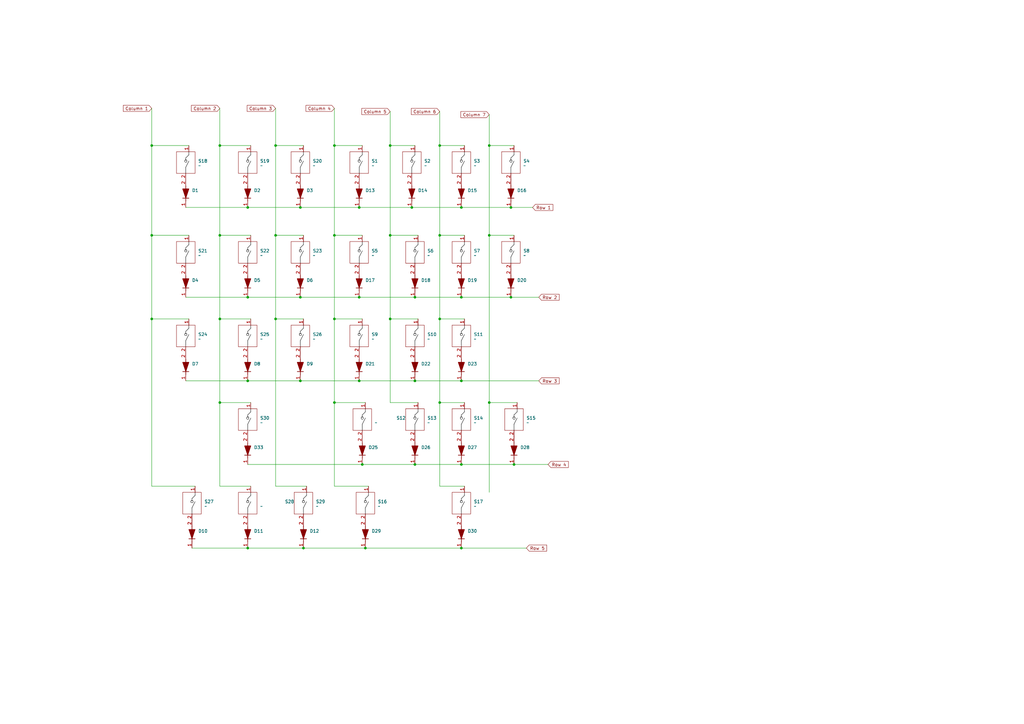
<source format=kicad_sch>
(kicad_sch (version 20231120) (generator "eeschema") (generator_version "8.0")
  (paper "A3")
  (lib_symbols
    (symbol "1N4148W:1N4148W" (pin_names hide)
      (property "Reference" "D" (at 8.89 5.08 0))
      (property "Value" "1N4148W" (at 11.43 3.81 0))
      (symbol "1N4148W_1_1"
        (polyline (pts (xy 5.08 0) (xy 6.35 0)) (stroke (width 0.254)))
        (polyline (pts (xy 6.35 1.27) (xy 6.35 -1.27)) (stroke (width 0.254)))
        (polyline (pts (xy 10.16 0) (xy 11.43 0)) (stroke (width 0.254)))
        (polyline (pts (xy 6.35 0) (xy 10.16 1.27) (xy 10.16 -1.27) (xy 6.35 0)) (stroke (width 0.254)) (fill (type outline)))
        (pin passive line (at 2.54 0 0) (length 2.54) (name "K") (number "1"))
        (pin passive line (at 13.97 0 180) (length 2.54) (name "A") (number "2"))
      )
    )
    (symbol "Cherry_MX:Cheery_MX1A-XXXX"
      (property "Reference" "S" (at -2.54 6.35 0))
      (symbol "Cheery_MX1A-XXXX_0_1"
        (rectangle (start -3.81 3.81) (end 5.08 -3.81))
        (polyline (pts (xy -3.81 1.27) (xy -2.54 1.27)) (stroke (width 0) (color 0 0 0 1)))
        (polyline (pts (xy -2.54 1.27) (xy -1.27 0)) (stroke (width 0) (color 0 0 0 1)))
        (polyline (pts (xy -1.27 0) (xy 0 0)) (stroke (width 0) (color 0 0 0 1)))
        (polyline (pts (xy 2.54 0) (xy 0 1.27)) (stroke (width 0) (color 0 0 0 1)))
        (polyline (pts (xy 5.08 0) (xy 2.54 0)) (stroke (width 0) (color 0 0 0 1)))
        (circle (center 0 0) (radius 0.5) (stroke (width 0) (color 0 0 0 1)) (fill (type color) (color 255 255 255 1)))
      )
      (symbol "Cheery_MX1A-XXXX_1_1"
        (pin passive line (at -6.35 1.27 0) (length 2.54) (name "") (number "1"))
        (pin passive line (at 7.62 0 180) (length 2.54) (name "") (number "2"))
      )
    )
  )
  (junction (at 200.66 165.1))
  (junction (at 62.23 59.69))
  (junction (at 210.82 190.5))
  (junction (at 209.55 85.09))
  (junction (at 147.32 85.09))
  (junction (at 90.17 96.52))
  (junction (at 168.91 85.09))
  (junction (at 123.19 121.92))
  (junction (at 200.66 96.52))
  (junction (at 189.23 121.92))
  (junction (at 148.59 190.5))
  (junction (at 137.16 130.81))
  (junction (at 170.18 121.92))
  (junction (at 137.16 165.1))
  (junction (at 200.66 59.69))
  (junction (at 101.6 156.21))
  (junction (at 101.6 224.79))
  (junction (at 90.17 130.81))
  (junction (at 170.18 156.21))
  (junction (at 189.23 190.5))
  (junction (at 137.16 59.69))
  (junction (at 170.18 190.5))
  (junction (at 62.23 96.52))
  (junction (at 101.6 121.92))
  (junction (at 113.03 130.81))
  (junction (at 147.32 121.92))
  (junction (at 101.6 85.09))
  (junction (at 180.34 96.52))
  (junction (at 160.02 59.69))
  (junction (at 180.34 165.1))
  (junction (at 180.34 59.69))
  (junction (at 137.16 96.52))
  (junction (at 123.19 156.21))
  (junction (at 113.03 59.69))
  (junction (at 209.55 121.92))
  (junction (at 160.02 130.81))
  (junction (at 149.86 224.79))
  (junction (at 147.32 156.21))
  (junction (at 113.03 96.52))
  (junction (at 124.46 224.79))
  (junction (at 90.17 165.1))
  (junction (at 123.19 85.09))
  (junction (at 62.23 130.81))
  (junction (at 189.23 156.21))
  (junction (at 189.23 224.79))
  (junction (at 160.02 96.52))
  (junction (at 90.17 59.69))
  (junction (at 189.23 85.09))
  (junction (at 180.34 130.81))
  (wire (pts (xy 160.02 59.69) (xy 170.18 59.69)))
  (wire (pts (xy 137.16 199.39) (xy 151.13 199.39)))
  (wire (pts (xy 113.03 59.69) (xy 113.03 96.52)))
  (wire (pts (xy 137.16 165.1) (xy 137.16 199.39)))
  (wire (pts (xy 90.17 96.52) (xy 102.87 96.52)))
  (wire (pts (xy 124.46 224.79) (xy 149.86 224.79)))
  (wire (pts (xy 171.45 130.81) (xy 160.02 130.81)))
  (wire (pts (xy 101.6 190.5) (xy 148.59 190.5)))
  (wire (pts (xy 200.66 96.52) (xy 210.82 96.52)))
  (wire (pts (xy 137.16 44.45) (xy 137.16 59.69)))
  (wire (pts (xy 189.23 224.79) (xy 215.9 224.79)))
  (wire (pts (xy 148.59 190.5) (xy 170.18 190.5)))
  (wire (pts (xy 180.34 96.52) (xy 180.34 130.81)))
  (wire (pts (xy 90.17 199.39) (xy 102.87 199.39)))
  (wire (pts (xy 137.16 130.81) (xy 148.59 130.81)))
  (wire (pts (xy 200.66 165.1) (xy 200.66 201.93)))
  (wire (pts (xy 62.23 44.45) (xy 62.23 59.69)))
  (wire (pts (xy 160.02 59.69) (xy 160.02 96.52)))
  (wire (pts (xy 180.34 130.81) (xy 180.34 165.1)))
  (wire (pts (xy 76.2 121.92) (xy 101.6 121.92)))
  (wire (pts (xy 113.03 59.69) (xy 124.46 59.69)))
  (wire (pts (xy 160.02 130.81) (xy 160.02 165.1)))
  (wire (pts (xy 180.34 59.69) (xy 190.5 59.69)))
  (wire (pts (xy 180.34 165.1) (xy 180.34 199.39)))
  (wire (pts (xy 76.2 156.21) (xy 101.6 156.21)))
  (wire (pts (xy 101.6 156.21) (xy 123.19 156.21)))
  (wire (pts (xy 101.6 85.09) (xy 123.19 85.09)))
  (wire (pts (xy 180.34 96.52) (xy 190.5 96.52)))
  (wire (pts (xy 170.18 156.21) (xy 189.23 156.21)))
  (wire (pts (xy 137.16 165.1) (xy 149.86 165.1)))
  (wire (pts (xy 62.23 130.81) (xy 62.23 199.39)))
  (wire (pts (xy 101.6 121.92) (xy 123.19 121.92)))
  (wire (pts (xy 90.17 165.1) (xy 102.87 165.1)))
  (wire (pts (xy 180.34 165.1) (xy 190.5 165.1)))
  (wire (pts (xy 209.55 121.92) (xy 220.98 121.92)))
  (wire (pts (xy 62.23 59.69) (xy 62.23 96.52)))
  (wire (pts (xy 147.32 121.92) (xy 170.18 121.92)))
  (wire (pts (xy 124.46 96.52) (xy 113.03 96.52)))
  (wire (pts (xy 113.03 44.45) (xy 113.03 59.69)))
  (wire (pts (xy 113.03 130.81) (xy 113.03 199.39)))
  (wire (pts (xy 90.17 165.1) (xy 90.17 199.39)))
  (wire (pts (xy 123.19 121.92) (xy 147.32 121.92)))
  (wire (pts (xy 147.32 85.09) (xy 168.91 85.09)))
  (wire (pts (xy 148.59 59.69) (xy 137.16 59.69)))
  (wire (pts (xy 160.02 45.72) (xy 160.02 59.69)))
  (wire (pts (xy 160.02 96.52) (xy 160.02 130.81)))
  (wire (pts (xy 149.86 224.79) (xy 189.23 224.79)))
  (wire (pts (xy 200.66 96.52) (xy 200.66 165.1)))
  (wire (pts (xy 180.34 45.72) (xy 180.34 59.69)))
  (wire (pts (xy 189.23 190.5) (xy 210.82 190.5)))
  (wire (pts (xy 137.16 96.52) (xy 137.16 130.81)))
  (wire (pts (xy 180.34 199.39) (xy 190.5 199.39)))
  (wire (pts (xy 113.03 199.39) (xy 125.73 199.39)))
  (wire (pts (xy 209.55 85.09) (xy 218.44 85.09)))
  (wire (pts (xy 62.23 130.81) (xy 77.47 130.81)))
  (wire (pts (xy 170.18 190.5) (xy 189.23 190.5)))
  (wire (pts (xy 113.03 96.52) (xy 113.03 130.81)))
  (wire (pts (xy 62.23 96.52) (xy 77.47 96.52)))
  (wire (pts (xy 160.02 165.1) (xy 171.45 165.1)))
  (wire (pts (xy 90.17 130.81) (xy 102.87 130.81)))
  (wire (pts (xy 180.34 59.69) (xy 180.34 96.52)))
  (wire (pts (xy 62.23 199.39) (xy 80.01 199.39)))
  (wire (pts (xy 180.34 130.81) (xy 190.5 130.81)))
  (wire (pts (xy 101.6 224.79) (xy 124.46 224.79)))
  (wire (pts (xy 90.17 59.69) (xy 90.17 96.52)))
  (wire (pts (xy 62.23 59.69) (xy 77.47 59.69)))
  (wire (pts (xy 170.18 121.92) (xy 189.23 121.92)))
  (wire (pts (xy 200.66 46.99) (xy 200.66 59.69)))
  (wire (pts (xy 90.17 59.69) (xy 102.87 59.69)))
  (wire (pts (xy 90.17 44.45) (xy 90.17 59.69)))
  (wire (pts (xy 189.23 85.09) (xy 209.55 85.09)))
  (wire (pts (xy 168.91 85.09) (xy 189.23 85.09)))
  (wire (pts (xy 90.17 96.52) (xy 90.17 130.81)))
  (wire (pts (xy 200.66 59.69) (xy 210.82 59.69)))
  (wire (pts (xy 189.23 156.21) (xy 220.98 156.21)))
  (wire (pts (xy 90.17 130.81) (xy 90.17 165.1)))
  (wire (pts (xy 210.82 190.5) (xy 224.79 190.5)))
  (wire (pts (xy 123.19 156.21) (xy 147.32 156.21)))
  (wire (pts (xy 76.2 85.09) (xy 101.6 85.09)))
  (wire (pts (xy 62.23 96.52) (xy 62.23 130.81)))
  (wire (pts (xy 123.19 85.09) (xy 147.32 85.09)))
  (wire (pts (xy 200.66 165.1) (xy 212.09 165.1)))
  (wire (pts (xy 160.02 96.52) (xy 171.45 96.52)))
  (wire (pts (xy 113.03 130.81) (xy 124.46 130.81)))
  (wire (pts (xy 137.16 96.52) (xy 148.59 96.52)))
  (wire (pts (xy 137.16 59.69) (xy 137.16 96.52)))
  (wire (pts (xy 200.66 59.69) (xy 200.66 96.52)))
  (wire (pts (xy 147.32 156.21) (xy 170.18 156.21)))
  (wire (pts (xy 189.23 121.92) (xy 209.55 121.92)))
  (wire (pts (xy 137.16 130.81) (xy 137.16 165.1)))
  (wire (pts (xy 78.74 224.79) (xy 101.6 224.79)))
  (global_label "Row 3" (shape input) (at 220.98 156.21 0) (property "Intersheetrefs" "${INTERSHEET_REFS}" (effects (hide yes))))
  (global_label "Column 7" (shape input) (at 200.66 46.99 180) (property "Intersheetrefs" "${INTERSHEET_REFS}" (effects (hide yes))))
  (global_label "Row 4" (shape input) (at 224.79 190.5 0) (property "Intersheetrefs" "${INTERSHEET_REFS}" (effects (hide yes))))
  (global_label "Row 1" (shape input) (at 218.44 85.09 0) (property "Intersheetrefs" "${INTERSHEET_REFS}" (effects (hide yes))))
  (global_label "Column 1" (shape input) (at 62.23 44.45 180) (property "Intersheetrefs" "${INTERSHEET_REFS}" (effects (hide yes))))
  (global_label "Column 5" (shape input) (at 160.02 45.72 180) (property "Intersheetrefs" "${INTERSHEET_REFS}" (effects (hide yes))))
  (global_label "Column 3" (shape input) (at 113.03 44.45 180) (property "Intersheetrefs" "${INTERSHEET_REFS}" (effects (hide yes))))
  (global_label "Column 6" (shape input) (at 180.34 45.72 180) (property "Intersheetrefs" "${INTERSHEET_REFS}" (effects (hide yes))))
  (global_label "Row 5" (shape input) (at 215.9 224.79 0) (property "Intersheetrefs" "${INTERSHEET_REFS}" (effects (hide yes))))
  (global_label "Column 4" (shape input) (at 137.16 44.45 180) (property "Intersheetrefs" "${INTERSHEET_REFS}" (effects (hide yes))))
  (global_label "Column 2" (shape input) (at 90.17 44.45 180) (property "Intersheetrefs" "${INTERSHEET_REFS}" (effects (hide yes))))
  (global_label "Row 2" (shape input) (at 220.98 121.92 0) (property "Intersheetrefs" "${INTERSHEET_REFS}" (effects (hide yes))))
  (symbol (lib_id "1N4148W:1N4148W") (at 147.32 158.75 90) (unit 1)
    (property "Reference" "D21" (at 149.86 149.2249 90) (effects (justify right)))
    (property "Value" "1N4148W" (effects (hide yes)))
    (property "Footprint" "SODFL3816X120N" (effects (hide yes)))
    (property "Datasheet" "https://diotec.com/request/datasheet/1n4148w.pdf" (effects (hide yes)))
    (property "Description" "Rectifier Diode Small Signal Switching 100V 0.15A 4ns 2-Pin SOD-123F T/R" (effects (hide yes)))
    (property "Height" "1.2" (effects (hide yes)))
    (property "Manufacturer_Name" "Diotec" (effects (hide yes)))
    (property "Manufacturer_Part_Number" "1N4148W" (effects (hide yes)))
    (property "Mouser Part Number" "637-1N4148W" (effects (hide yes)))
    (property "Mouser Price/Stock" "https://www.mouser.co.uk/ProductDetail/Diotec-Semiconductor/1N4148W?qs=OlC7AqGiEDmsbkbAeXQtXg%3D%3D" (effects (hide yes)))
    (property "Arrow Part Number" "1N4148W" (effects (hide yes)))
    (property "Arrow Price/Stock" "https://www.arrow.com/en/products/1n4148w/diotec-semiconductor-ag?region=europe" (effects (hide yes)))
  )
  (symbol (lib_id "1N4148W:1N4148W") (at 149.86 227.33 90) (unit 1)
    (property "Reference" "D29" (at 152.4 217.8049 90) (effects (justify right)))
    (property "Value" "1N4148W" (effects (hide yes)))
    (property "Footprint" "SODFL3816X120N" (effects (hide yes)))
    (property "Datasheet" "https://diotec.com/request/datasheet/1n4148w.pdf" (effects (hide yes)))
    (property "Description" "Rectifier Diode Small Signal Switching 100V 0.15A 4ns 2-Pin SOD-123F T/R" (effects (hide yes)))
    (property "Height" "1.2" (effects (hide yes)))
    (property "Manufacturer_Name" "Diotec" (effects (hide yes)))
    (property "Manufacturer_Part_Number" "1N4148W" (effects (hide yes)))
    (property "Mouser Part Number" "637-1N4148W" (effects (hide yes)))
    (property "Mouser Price/Stock" "https://www.mouser.co.uk/ProductDetail/Diotec-Semiconductor/1N4148W?qs=OlC7AqGiEDmsbkbAeXQtXg%3D%3D" (effects (hide yes)))
    (property "Arrow Part Number" "1N4148W" (effects (hide yes)))
    (property "Arrow Price/Stock" "https://www.arrow.com/en/products/1n4148w/diotec-semiconductor-ag?region=europe" (effects (hide yes)))
  )
  (symbol (lib_id "1N4148W:1N4148W") (at 209.55 87.63 90) (unit 1)
    (property "Reference" "D16" (at 212.09 78.1049 90) (effects (justify right)))
    (property "Value" "1N4148W" (effects (hide yes)))
    (property "Footprint" "SODFL3816X120N" (effects (hide yes)))
    (property "Datasheet" "https://diotec.com/request/datasheet/1n4148w.pdf" (effects (hide yes)))
    (property "Description" "Rectifier Diode Small Signal Switching 100V 0.15A 4ns 2-Pin SOD-123F T/R" (effects (hide yes)))
    (property "Height" "1.2" (effects (hide yes)))
    (property "Manufacturer_Name" "Diotec" (effects (hide yes)))
    (property "Manufacturer_Part_Number" "1N4148W" (effects (hide yes)))
    (property "Mouser Part Number" "637-1N4148W" (effects (hide yes)))
    (property "Mouser Price/Stock" "https://www.mouser.co.uk/ProductDetail/Diotec-Semiconductor/1N4148W?qs=OlC7AqGiEDmsbkbAeXQtXg%3D%3D" (effects (hide yes)))
    (property "Arrow Part Number" "1N4148W" (effects (hide yes)))
    (property "Arrow Price/Stock" "https://www.arrow.com/en/products/1n4148w/diotec-semiconductor-ag?region=europe" (effects (hide yes)))
  )
  (symbol (lib_id "1N4148W:1N4148W") (at 189.23 87.63 90) (unit 1)
    (property "Reference" "D15" (at 191.77 78.1049 90) (effects (justify right)))
    (property "Value" "1N4148W" (effects (hide yes)))
    (property "Footprint" "SODFL3816X120N" (effects (hide yes)))
    (property "Datasheet" "https://diotec.com/request/datasheet/1n4148w.pdf" (effects (hide yes)))
    (property "Description" "Rectifier Diode Small Signal Switching 100V 0.15A 4ns 2-Pin SOD-123F T/R" (effects (hide yes)))
    (property "Height" "1.2" (effects (hide yes)))
    (property "Manufacturer_Name" "Diotec" (effects (hide yes)))
    (property "Manufacturer_Part_Number" "1N4148W" (effects (hide yes)))
    (property "Mouser Part Number" "637-1N4148W" (effects (hide yes)))
    (property "Mouser Price/Stock" "https://www.mouser.co.uk/ProductDetail/Diotec-Semiconductor/1N4148W?qs=OlC7AqGiEDmsbkbAeXQtXg%3D%3D" (effects (hide yes)))
    (property "Arrow Part Number" "1N4148W" (effects (hide yes)))
    (property "Arrow Price/Stock" "https://www.arrow.com/en/products/1n4148w/diotec-semiconductor-ag?region=europe" (effects (hide yes)))
  )
  (symbol (lib_id "1N4148W:1N4148W") (at 209.55 124.46 90) (unit 1)
    (property "Reference" "D20" (at 212.09 114.9349 90) (effects (justify right)))
    (property "Value" "1N4148W" (effects (hide yes)))
    (property "Footprint" "SODFL3816X120N" (effects (hide yes)))
    (property "Datasheet" "https://diotec.com/request/datasheet/1n4148w.pdf" (effects (hide yes)))
    (property "Description" "Rectifier Diode Small Signal Switching 100V 0.15A 4ns 2-Pin SOD-123F T/R" (effects (hide yes)))
    (property "Height" "1.2" (effects (hide yes)))
    (property "Manufacturer_Name" "Diotec" (effects (hide yes)))
    (property "Manufacturer_Part_Number" "1N4148W" (effects (hide yes)))
    (property "Mouser Part Number" "637-1N4148W" (effects (hide yes)))
    (property "Mouser Price/Stock" "https://www.mouser.co.uk/ProductDetail/Diotec-Semiconductor/1N4148W?qs=OlC7AqGiEDmsbkbAeXQtXg%3D%3D" (effects (hide yes)))
    (property "Arrow Part Number" "1N4148W" (effects (hide yes)))
    (property "Arrow Price/Stock" "https://www.arrow.com/en/products/1n4148w/diotec-semiconductor-ag?region=europe" (effects (hide yes)))
  )
  (symbol (lib_id "1N4148W:1N4148W") (at 170.18 124.46 90) (unit 1)
    (property "Reference" "D18" (at 172.72 114.9349 90) (effects (justify right)))
    (property "Value" "1N4148W" (effects (hide yes)))
    (property "Footprint" "SODFL3816X120N" (effects (hide yes)))
    (property "Datasheet" "https://diotec.com/request/datasheet/1n4148w.pdf" (effects (hide yes)))
    (property "Description" "Rectifier Diode Small Signal Switching 100V 0.15A 4ns 2-Pin SOD-123F T/R" (effects (hide yes)))
    (property "Height" "1.2" (effects (hide yes)))
    (property "Manufacturer_Name" "Diotec" (effects (hide yes)))
    (property "Manufacturer_Part_Number" "1N4148W" (effects (hide yes)))
    (property "Mouser Part Number" "637-1N4148W" (effects (hide yes)))
    (property "Mouser Price/Stock" "https://www.mouser.co.uk/ProductDetail/Diotec-Semiconductor/1N4148W?qs=OlC7AqGiEDmsbkbAeXQtXg%3D%3D" (effects (hide yes)))
    (property "Arrow Part Number" "1N4148W" (effects (hide yes)))
    (property "Arrow Price/Stock" "https://www.arrow.com/en/products/1n4148w/diotec-semiconductor-ag?region=europe" (effects (hide yes)))
  )
  (symbol (lib_id "1N4148W:1N4148W") (at 168.91 87.63 90) (unit 1)
    (property "Reference" "D14" (at 171.45 78.1049 90) (effects (justify right)))
    (property "Value" "1N4148W" (effects (hide yes)))
    (property "Footprint" "SODFL3816X120N" (effects (hide yes)))
    (property "Datasheet" "https://diotec.com/request/datasheet/1n4148w.pdf" (effects (hide yes)))
    (property "Description" "Rectifier Diode Small Signal Switching 100V 0.15A 4ns 2-Pin SOD-123F T/R" (effects (hide yes)))
    (property "Height" "1.2" (effects (hide yes)))
    (property "Manufacturer_Name" "Diotec" (effects (hide yes)))
    (property "Manufacturer_Part_Number" "1N4148W" (effects (hide yes)))
    (property "Mouser Part Number" "637-1N4148W" (effects (hide yes)))
    (property "Mouser Price/Stock" "https://www.mouser.co.uk/ProductDetail/Diotec-Semiconductor/1N4148W?qs=OlC7AqGiEDmsbkbAeXQtXg%3D%3D" (effects (hide yes)))
    (property "Arrow Part Number" "1N4148W" (effects (hide yes)))
    (property "Arrow Price/Stock" "https://www.arrow.com/en/products/1n4148w/diotec-semiconductor-ag?region=europe" (effects (hide yes)))
  )
  (symbol (lib_id "1N4148W:1N4148W") (at 101.6 124.46 90) (unit 1)
    (property "Reference" "D5" (at 104.14 114.9349 90) (effects (justify right)))
    (property "Value" "1N4148W" (effects (hide yes)))
    (property "Footprint" "SODFL3816X120N" (effects (hide yes)))
    (property "Datasheet" "https://diotec.com/request/datasheet/1n4148w.pdf" (effects (hide yes)))
    (property "Description" "Rectifier Diode Small Signal Switching 100V 0.15A 4ns 2-Pin SOD-123F T/R" (effects (hide yes)))
    (property "Height" "1.2" (effects (hide yes)))
    (property "Manufacturer_Name" "Diotec" (effects (hide yes)))
    (property "Manufacturer_Part_Number" "1N4148W" (effects (hide yes)))
    (property "Mouser Part Number" "637-1N4148W" (effects (hide yes)))
    (property "Mouser Price/Stock" "https://www.mouser.co.uk/ProductDetail/Diotec-Semiconductor/1N4148W?qs=OlC7AqGiEDmsbkbAeXQtXg%3D%3D" (effects (hide yes)))
    (property "Arrow Part Number" "1N4148W" (effects (hide yes)))
    (property "Arrow Price/Stock" "https://www.arrow.com/en/products/1n4148w/diotec-semiconductor-ag?region=europe" (effects (hide yes)))
  )
  (symbol (lib_id "1N4148W:1N4148W") (at 210.82 193.04 90) (unit 1)
    (property "Reference" "D28" (at 213.36 183.5149 90) (effects (justify right)))
    (property "Value" "1N4148W" (effects (hide yes)))
    (property "Footprint" "SODFL3816X120N" (effects (hide yes)))
    (property "Datasheet" "https://diotec.com/request/datasheet/1n4148w.pdf" (effects (hide yes)))
    (property "Description" "Rectifier Diode Small Signal Switching 100V 0.15A 4ns 2-Pin SOD-123F T/R" (effects (hide yes)))
    (property "Height" "1.2" (effects (hide yes)))
    (property "Manufacturer_Name" "Diotec" (effects (hide yes)))
    (property "Manufacturer_Part_Number" "1N4148W" (effects (hide yes)))
    (property "Mouser Part Number" "637-1N4148W" (effects (hide yes)))
    (property "Mouser Price/Stock" "https://www.mouser.co.uk/ProductDetail/Diotec-Semiconductor/1N4148W?qs=OlC7AqGiEDmsbkbAeXQtXg%3D%3D" (effects (hide yes)))
    (property "Arrow Part Number" "1N4148W" (effects (hide yes)))
    (property "Arrow Price/Stock" "https://www.arrow.com/en/products/1n4148w/diotec-semiconductor-ag?region=europe" (effects (hide yes)))
  )
  (symbol (lib_id "1N4148W:1N4148W") (at 170.18 193.04 90) (unit 1)
    (property "Reference" "D26" (at 172.72 183.5149 90) (effects (justify right)))
    (property "Value" "1N4148W" (effects (hide yes)))
    (property "Footprint" "SODFL3816X120N" (effects (hide yes)))
    (property "Datasheet" "https://diotec.com/request/datasheet/1n4148w.pdf" (effects (hide yes)))
    (property "Description" "Rectifier Diode Small Signal Switching 100V 0.15A 4ns 2-Pin SOD-123F T/R" (effects (hide yes)))
    (property "Height" "1.2" (effects (hide yes)))
    (property "Manufacturer_Name" "Diotec" (effects (hide yes)))
    (property "Manufacturer_Part_Number" "1N4148W" (effects (hide yes)))
    (property "Mouser Part Number" "637-1N4148W" (effects (hide yes)))
    (property "Mouser Price/Stock" "https://www.mouser.co.uk/ProductDetail/Diotec-Semiconductor/1N4148W?qs=OlC7AqGiEDmsbkbAeXQtXg%3D%3D" (effects (hide yes)))
    (property "Arrow Part Number" "1N4148W" (effects (hide yes)))
    (property "Arrow Price/Stock" "https://www.arrow.com/en/products/1n4148w/diotec-semiconductor-ag?region=europe" (effects (hide yes)))
  )
  (symbol (lib_id "1N4148W:1N4148W") (at 189.23 193.04 90) (unit 1)
    (property "Reference" "D27" (at 191.77 183.5149 90) (effects (justify right)))
    (property "Value" "1N4148W" (effects (hide yes)))
    (property "Footprint" "SODFL3816X120N" (effects (hide yes)))
    (property "Datasheet" "https://diotec.com/request/datasheet/1n4148w.pdf" (effects (hide yes)))
    (property "Description" "Rectifier Diode Small Signal Switching 100V 0.15A 4ns 2-Pin SOD-123F T/R" (effects (hide yes)))
    (property "Height" "1.2" (effects (hide yes)))
    (property "Manufacturer_Name" "Diotec" (effects (hide yes)))
    (property "Manufacturer_Part_Number" "1N4148W" (effects (hide yes)))
    (property "Mouser Part Number" "637-1N4148W" (effects (hide yes)))
    (property "Mouser Price/Stock" "https://www.mouser.co.uk/ProductDetail/Diotec-Semiconductor/1N4148W?qs=OlC7AqGiEDmsbkbAeXQtXg%3D%3D" (effects (hide yes)))
    (property "Arrow Part Number" "1N4148W" (effects (hide yes)))
    (property "Arrow Price/Stock" "https://www.arrow.com/en/products/1n4148w/diotec-semiconductor-ag?region=europe" (effects (hide yes)))
  )
  (symbol (lib_id "Cherry_MX:Cheery_MX1A-XXXX") (at 123.19 102.87 270) (unit 1)
    (property "Reference" "S23" (at 128.27 102.8699 90) (effects (justify left)))
    (property "Value" "~" (at 128.27 104.775 90) (effects (justify left)))
    (property "Footprint" "Cherry MX:Cherry-MX_PCB-Mounted_LTST-A683CEGBW_Kailh_Socket_NO_DIODE" (effects (hide yes)))
  )
  (symbol (lib_id "Cherry_MX:Cheery_MX1A-XXXX") (at 189.23 205.74 270) (unit 1)
    (property "Reference" "S17" (at 194.31 205.7399 90) (effects (justify left)))
    (property "Value" "~" (at 194.31 207.645 90) (effects (justify left)))
    (property "Footprint" "Cherry MX:Cherry-MX_PCB-Mounted_LTST-A683CEGBW_Kailh_Socket_NO_DIODE" (effects (hide yes)))
  )
  (symbol (lib_id "1N4148W:1N4148W") (at 101.6 158.75 90) (unit 1)
    (property "Reference" "D8" (at 104.14 149.2249 90) (effects (justify right)))
    (property "Value" "1N4148W" (effects (hide yes)))
    (property "Footprint" "SODFL3816X120N" (effects (hide yes)))
    (property "Datasheet" "https://diotec.com/request/datasheet/1n4148w.pdf" (effects (hide yes)))
    (property "Description" "Rectifier Diode Small Signal Switching 100V 0.15A 4ns 2-Pin SOD-123F T/R" (effects (hide yes)))
    (property "Height" "1.2" (effects (hide yes)))
    (property "Manufacturer_Name" "Diotec" (effects (hide yes)))
    (property "Manufacturer_Part_Number" "1N4148W" (effects (hide yes)))
    (property "Mouser Part Number" "637-1N4148W" (effects (hide yes)))
    (property "Mouser Price/Stock" "https://www.mouser.co.uk/ProductDetail/Diotec-Semiconductor/1N4148W?qs=OlC7AqGiEDmsbkbAeXQtXg%3D%3D" (effects (hide yes)))
    (property "Arrow Part Number" "1N4148W" (effects (hide yes)))
    (property "Arrow Price/Stock" "https://www.arrow.com/en/products/1n4148w/diotec-semiconductor-ag?region=europe" (effects (hide yes)))
  )
  (symbol (lib_id "Cherry_MX:Cheery_MX1A-XXXX") (at 189.23 137.16 270) (unit 1)
    (property "Reference" "S11" (at 194.31 137.1599 90) (effects (justify left)))
    (property "Value" "~" (at 194.31 139.065 90) (effects (justify left)))
    (property "Footprint" "Cherry MX:Cherry-MX_PCB-Mounted_LTST-A683CEGBW_Kailh_Socket_NO_DIODE" (effects (hide yes)))
  )
  (symbol (lib_id "Cherry_MX:Cheery_MX1A-XXXX") (at 189.23 102.87 270) (unit 1)
    (property "Reference" "S7" (at 194.31 102.8699 90) (effects (justify left)))
    (property "Value" "~" (at 194.31 104.775 90) (effects (justify left)))
    (property "Footprint" "Cherry MX:Cherry-MX_PCB-Mounted_LTST-A683CEGBW_Kailh_Socket_NO_DIODE" (effects (hide yes)))
  )
  (symbol (lib_id "Cherry_MX:Cheery_MX1A-XXXX") (at 101.6 171.45 270) (unit 1)
    (property "Reference" "S30" (at 106.68 171.4499 90) (effects (justify left)))
    (property "Value" "~" (at 106.68 173.355 90) (effects (justify left)))
    (property "Footprint" "Cherry MX:Cherry-MX_PCB-Mounted_LTST-A683CEGBW_Kailh_Socket_NO_DIODE" (effects (hide yes)))
  )
  (symbol (lib_id "Cherry_MX:Cheery_MX1A-XXXX") (at 147.32 102.87 270) (unit 1)
    (property "Reference" "S5" (at 152.4 102.8699 90) (effects (justify left)))
    (property "Value" "~" (at 152.4 104.775 90) (effects (justify left)))
    (property "Footprint" "Cherry MX:Cherry-MX_PCB-Mounted_LTST-A683CEGBW_Kailh_Socket_NO_DIODE" (effects (hide yes)))
  )
  (symbol (lib_id "1N4148W:1N4148W") (at 76.2 87.63 90) (unit 1)
    (property "Reference" "D1" (at 78.74 78.1049 90) (effects (justify right)))
    (property "Value" "1N4148W" (effects (hide yes)))
    (property "Footprint" "SODFL3816X120N" (effects (hide yes)))
    (property "Datasheet" "https://diotec.com/request/datasheet/1n4148w.pdf" (effects (hide yes)))
    (property "Description" "Rectifier Diode Small Signal Switching 100V 0.15A 4ns 2-Pin SOD-123F T/R" (effects (hide yes)))
    (property "Height" "1.2" (effects (hide yes)))
    (property "Manufacturer_Name" "Diotec" (effects (hide yes)))
    (property "Manufacturer_Part_Number" "1N4148W" (effects (hide yes)))
    (property "Mouser Part Number" "637-1N4148W" (effects (hide yes)))
    (property "Mouser Price/Stock" "https://www.mouser.co.uk/ProductDetail/Diotec-Semiconductor/1N4148W?qs=OlC7AqGiEDmsbkbAeXQtXg%3D%3D" (effects (hide yes)))
    (property "Arrow Part Number" "1N4148W" (effects (hide yes)))
    (property "Arrow Price/Stock" "https://www.arrow.com/en/products/1n4148w/diotec-semiconductor-ag?region=europe" (effects (hide yes)))
  )
  (symbol (lib_id "1N4148W:1N4148W") (at 78.74 227.33 90) (unit 1)
    (property "Reference" "D10" (at 81.28 217.8049 90) (effects (justify right)))
    (property "Value" "1N4148W" (effects (hide yes)))
    (property "Footprint" "SODFL3816X120N" (effects (hide yes)))
    (property "Datasheet" "https://diotec.com/request/datasheet/1n4148w.pdf" (effects (hide yes)))
    (property "Description" "Rectifier Diode Small Signal Switching 100V 0.15A 4ns 2-Pin SOD-123F T/R" (effects (hide yes)))
    (property "Height" "1.2" (effects (hide yes)))
    (property "Manufacturer_Name" "Diotec" (effects (hide yes)))
    (property "Manufacturer_Part_Number" "1N4148W" (effects (hide yes)))
    (property "Mouser Part Number" "637-1N4148W" (effects (hide yes)))
    (property "Mouser Price/Stock" "https://www.mouser.co.uk/ProductDetail/Diotec-Semiconductor/1N4148W?qs=OlC7AqGiEDmsbkbAeXQtXg%3D%3D" (effects (hide yes)))
    (property "Arrow Part Number" "1N4148W" (effects (hide yes)))
    (property "Arrow Price/Stock" "https://www.arrow.com/en/products/1n4148w/diotec-semiconductor-ag?region=europe" (effects (hide yes)))
  )
  (symbol (lib_id "Cherry_MX:Cheery_MX1A-XXXX") (at 124.46 205.74 270) (unit 1)
    (property "Reference" "S29" (at 129.54 205.7399 90) (effects (justify left)))
    (property "Value" "~" (at 129.54 207.645 90) (effects (justify left)))
    (property "Footprint" "Cherry MX:Cherry-MX_PCB-Mounted_LTST-A683CEGBW_Kailh_Socket_NO_DIODE" (effects (hide yes)))
  )
  (symbol (lib_id "1N4148W:1N4148W") (at 124.46 227.33 90) (unit 1)
    (property "Reference" "D12" (at 127 217.8049 90) (effects (justify right)))
    (property "Value" "1N4148W" (effects (hide yes)))
    (property "Footprint" "SODFL3816X120N" (effects (hide yes)))
    (property "Datasheet" "https://diotec.com/request/datasheet/1n4148w.pdf" (effects (hide yes)))
    (property "Description" "Rectifier Diode Small Signal Switching 100V 0.15A 4ns 2-Pin SOD-123F T/R" (effects (hide yes)))
    (property "Height" "1.2" (effects (hide yes)))
    (property "Manufacturer_Name" "Diotec" (effects (hide yes)))
    (property "Manufacturer_Part_Number" "1N4148W" (effects (hide yes)))
    (property "Mouser Part Number" "637-1N4148W" (effects (hide yes)))
    (property "Mouser Price/Stock" "https://www.mouser.co.uk/ProductDetail/Diotec-Semiconductor/1N4148W?qs=OlC7AqGiEDmsbkbAeXQtXg%3D%3D" (effects (hide yes)))
    (property "Arrow Part Number" "1N4148W" (effects (hide yes)))
    (property "Arrow Price/Stock" "https://www.arrow.com/en/products/1n4148w/diotec-semiconductor-ag?region=europe" (effects (hide yes)))
  )
  (symbol (lib_id "1N4148W:1N4148W") (at 123.19 87.63 90) (unit 1)
    (property "Reference" "D3" (at 125.73 78.1049 90) (effects (justify right)))
    (property "Value" "1N4148W" (effects (hide yes)))
    (property "Footprint" "SODFL3816X120N" (effects (hide yes)))
    (property "Datasheet" "https://diotec.com/request/datasheet/1n4148w.pdf" (effects (hide yes)))
    (property "Description" "Rectifier Diode Small Signal Switching 100V 0.15A 4ns 2-Pin SOD-123F T/R" (effects (hide yes)))
    (property "Height" "1.2" (effects (hide yes)))
    (property "Manufacturer_Name" "Diotec" (effects (hide yes)))
    (property "Manufacturer_Part_Number" "1N4148W" (effects (hide yes)))
    (property "Mouser Part Number" "637-1N4148W" (effects (hide yes)))
    (property "Mouser Price/Stock" "https://www.mouser.co.uk/ProductDetail/Diotec-Semiconductor/1N4148W?qs=OlC7AqGiEDmsbkbAeXQtXg%3D%3D" (effects (hide yes)))
    (property "Arrow Part Number" "1N4148W" (effects (hide yes)))
    (property "Arrow Price/Stock" "https://www.arrow.com/en/products/1n4148w/diotec-semiconductor-ag?region=europe" (effects (hide yes)))
  )
  (symbol (lib_id "Cherry_MX:Cheery_MX1A-XXXX") (at 147.32 66.04 270) (unit 1)
    (property "Reference" "S1" (at 152.4 66.0399 90) (effects (justify left)))
    (property "Value" "~" (at 152.4 67.945 90) (effects (justify left)))
    (property "Footprint" "Cherry MX:Cherry-MX_PCB-Mounted_LTST-A683CEGBW_Kailh_Socket_NO_DIODE" (effects (hide yes)))
  )
  (symbol (lib_id "Cherry_MX:Cheery_MX1A-XXXX") (at 147.32 137.16 270) (unit 1)
    (property "Reference" "S9" (at 152.4 137.1599 90) (effects (justify left)))
    (property "Value" "~" (at 152.4 139.065 90) (effects (justify left)))
    (property "Footprint" "Cherry MX:Cherry-MX_PCB-Mounted_LTST-A683CEGBW_Kailh_Socket_NO_DIODE" (effects (hide yes)))
  )
  (symbol (lib_id "Cherry_MX:Cheery_MX1A-XXXX") (at 189.23 171.45 270) (unit 1)
    (property "Reference" "S14" (at 194.31 171.4499 90) (effects (justify left)))
    (property "Value" "~" (at 194.31 173.355 90) (effects (justify left)))
    (property "Footprint" "Cherry MX:Cherry-MX_PCB-Mounted_LTST-A683CEGBW_Kailh_Socket_NO_DIODE" (effects (hide yes)))
  )
  (symbol (lib_id "Cherry_MX:Cheery_MX1A-XXXX") (at 148.59 171.45 270) (unit 1)
    (property "Reference" "S12" (at 162.56 171.4499 90) (effects (justify left)))
    (property "Value" "~" (at 153.67 173.355 90) (effects (justify left)))
    (property "Footprint" "Cherry MX:Cherry-MX_PCB-Mounted_LTST-A683CEGBW_Kailh_Socket_NO_DIODE" (effects (hide yes)))
  )
  (symbol (lib_id "Cherry_MX:Cheery_MX1A-XXXX") (at 76.2 102.87 270) (unit 1)
    (property "Reference" "S21" (at 81.28 102.8699 90) (effects (justify left)))
    (property "Value" "~" (at 81.28 104.775 90) (effects (justify left)))
    (property "Footprint" "Cherry MX:Cherry-MX_PCB-Mounted_LTST-A683CEGBW_Kailh_Socket_NO_DIODE" (effects (hide yes)))
  )
  (symbol (lib_id "Cherry_MX:Cheery_MX1A-XXXX") (at 101.6 66.04 270) (unit 1)
    (property "Reference" "S19" (at 106.68 66.0399 90) (effects (justify left)))
    (property "Value" "~" (at 106.68 67.945 90) (effects (justify left)))
    (property "Footprint" "Cherry MX:Cherry-MX_PCB-Mounted_LTST-A683CEGBW_Kailh_Socket_NO_DIODE" (effects (hide yes)))
  )
  (symbol (lib_id "1N4148W:1N4148W") (at 147.32 87.63 90) (unit 1)
    (property "Reference" "D13" (at 149.86 78.1049 90) (effects (justify right)))
    (property "Value" "1N4148W" (effects (hide yes)))
    (property "Footprint" "SODFL3816X120N" (effects (hide yes)))
    (property "Datasheet" "https://diotec.com/request/datasheet/1n4148w.pdf" (effects (hide yes)))
    (property "Description" "Rectifier Diode Small Signal Switching 100V 0.15A 4ns 2-Pin SOD-123F T/R" (effects (hide yes)))
    (property "Height" "1.2" (effects (hide yes)))
    (property "Manufacturer_Name" "Diotec" (effects (hide yes)))
    (property "Manufacturer_Part_Number" "1N4148W" (effects (hide yes)))
    (property "Mouser Part Number" "637-1N4148W" (effects (hide yes)))
    (property "Mouser Price/Stock" "https://www.mouser.co.uk/ProductDetail/Diotec-Semiconductor/1N4148W?qs=OlC7AqGiEDmsbkbAeXQtXg%3D%3D" (effects (hide yes)))
    (property "Arrow Part Number" "1N4148W" (effects (hide yes)))
    (property "Arrow Price/Stock" "https://www.arrow.com/en/products/1n4148w/diotec-semiconductor-ag?region=europe" (effects (hide yes)))
  )
  (symbol (lib_id "1N4148W:1N4148W") (at 189.23 227.33 90) (unit 1)
    (property "Reference" "D30" (at 191.77 217.8049 90) (effects (justify right)))
    (property "Value" "1N4148W" (effects (hide yes)))
    (property "Footprint" "SODFL3816X120N" (effects (hide yes)))
    (property "Datasheet" "https://diotec.com/request/datasheet/1n4148w.pdf" (effects (hide yes)))
    (property "Description" "Rectifier Diode Small Signal Switching 100V 0.15A 4ns 2-Pin SOD-123F T/R" (effects (hide yes)))
    (property "Height" "1.2" (effects (hide yes)))
    (property "Manufacturer_Name" "Diotec" (effects (hide yes)))
    (property "Manufacturer_Part_Number" "1N4148W" (effects (hide yes)))
    (property "Mouser Part Number" "637-1N4148W" (effects (hide yes)))
    (property "Mouser Price/Stock" "https://www.mouser.co.uk/ProductDetail/Diotec-Semiconductor/1N4148W?qs=OlC7AqGiEDmsbkbAeXQtXg%3D%3D" (effects (hide yes)))
    (property "Arrow Part Number" "1N4148W" (effects (hide yes)))
    (property "Arrow Price/Stock" "https://www.arrow.com/en/products/1n4148w/diotec-semiconductor-ag?region=europe" (effects (hide yes)))
  )
  (symbol (lib_id "Cherry_MX:Cheery_MX1A-XXXX") (at 170.18 171.45 270) (unit 1)
    (property "Reference" "S13" (at 175.26 171.4499 90) (effects (justify left)))
    (property "Value" "~" (at 175.26 173.355 90) (effects (justify left)))
    (property "Footprint" "Cherry MX:Cherry-MX_PCB-Mounted_LTST-A683CEGBW_Kailh_Socket_NO_DIODE" (effects (hide yes)))
  )
  (symbol (lib_id "Cherry_MX:Cheery_MX1A-XXXX") (at 210.82 171.45 270) (unit 1)
    (property "Reference" "S15" (at 215.9 171.4499 90) (effects (justify left)))
    (property "Value" "~" (at 215.9 173.355 90) (effects (justify left)))
    (property "Footprint" "Cherry MX:Cherry-MX_PCB-Mounted_LTST-A683CEGBW_Kailh_Socket_NO_DIODE" (effects (hide yes)))
  )
  (symbol (lib_id "1N4148W:1N4148W") (at 101.6 227.33 90) (unit 1)
    (property "Reference" "D11" (at 104.14 217.8049 90) (effects (justify right)))
    (property "Value" "1N4148W" (effects (hide yes)))
    (property "Footprint" "SODFL3816X120N" (effects (hide yes)))
    (property "Datasheet" "https://diotec.com/request/datasheet/1n4148w.pdf" (effects (hide yes)))
    (property "Description" "Rectifier Diode Small Signal Switching 100V 0.15A 4ns 2-Pin SOD-123F T/R" (effects (hide yes)))
    (property "Height" "1.2" (effects (hide yes)))
    (property "Manufacturer_Name" "Diotec" (effects (hide yes)))
    (property "Manufacturer_Part_Number" "1N4148W" (effects (hide yes)))
    (property "Mouser Part Number" "637-1N4148W" (effects (hide yes)))
    (property "Mouser Price/Stock" "https://www.mouser.co.uk/ProductDetail/Diotec-Semiconductor/1N4148W?qs=OlC7AqGiEDmsbkbAeXQtXg%3D%3D" (effects (hide yes)))
    (property "Arrow Part Number" "1N4148W" (effects (hide yes)))
    (property "Arrow Price/Stock" "https://www.arrow.com/en/products/1n4148w/diotec-semiconductor-ag?region=europe" (effects (hide yes)))
  )
  (symbol (lib_id "1N4148W:1N4148W") (at 123.19 124.46 90) (unit 1)
    (property "Reference" "D6" (at 125.73 114.9349 90) (effects (justify right)))
    (property "Value" "1N4148W" (effects (hide yes)))
    (property "Footprint" "SODFL3816X120N" (effects (hide yes)))
    (property "Datasheet" "https://diotec.com/request/datasheet/1n4148w.pdf" (effects (hide yes)))
    (property "Description" "Rectifier Diode Small Signal Switching 100V 0.15A 4ns 2-Pin SOD-123F T/R" (effects (hide yes)))
    (property "Height" "1.2" (effects (hide yes)))
    (property "Manufacturer_Name" "Diotec" (effects (hide yes)))
    (property "Manufacturer_Part_Number" "1N4148W" (effects (hide yes)))
    (property "Mouser Part Number" "637-1N4148W" (effects (hide yes)))
    (property "Mouser Price/Stock" "https://www.mouser.co.uk/ProductDetail/Diotec-Semiconductor/1N4148W?qs=OlC7AqGiEDmsbkbAeXQtXg%3D%3D" (effects (hide yes)))
    (property "Arrow Part Number" "1N4148W" (effects (hide yes)))
    (property "Arrow Price/Stock" "https://www.arrow.com/en/products/1n4148w/diotec-semiconductor-ag?region=europe" (effects (hide yes)))
  )
  (symbol (lib_id "Cherry_MX:Cheery_MX1A-XXXX") (at 78.74 205.74 270) (unit 1)
    (property "Reference" "S27" (at 83.82 205.7399 90) (effects (justify left)))
    (property "Value" "~" (at 83.82 207.645 90) (effects (justify left)))
    (property "Footprint" "Cherry MX:Cherry-MX_PCB-Mounted_LTST-A683CEGBW_Kailh_Socket_NO_DIODE" (effects (hide yes)))
  )
  (symbol (lib_id "1N4148W:1N4148W") (at 101.6 87.63 90) (unit 1)
    (property "Reference" "D2" (at 104.14 78.1049 90) (effects (justify right)))
    (property "Value" "1N4148W" (effects (hide yes)))
    (property "Footprint" "SODFL3816X120N" (effects (hide yes)))
    (property "Datasheet" "https://diotec.com/request/datasheet/1n4148w.pdf" (effects (hide yes)))
    (property "Description" "Rectifier Diode Small Signal Switching 100V 0.15A 4ns 2-Pin SOD-123F T/R" (effects (hide yes)))
    (property "Height" "1.2" (effects (hide yes)))
    (property "Manufacturer_Name" "Diotec" (effects (hide yes)))
    (property "Manufacturer_Part_Number" "1N4148W" (effects (hide yes)))
    (property "Mouser Part Number" "637-1N4148W" (effects (hide yes)))
    (property "Mouser Price/Stock" "https://www.mouser.co.uk/ProductDetail/Diotec-Semiconductor/1N4148W?qs=OlC7AqGiEDmsbkbAeXQtXg%3D%3D" (effects (hide yes)))
    (property "Arrow Part Number" "1N4148W" (effects (hide yes)))
    (property "Arrow Price/Stock" "https://www.arrow.com/en/products/1n4148w/diotec-semiconductor-ag?region=europe" (effects (hide yes)))
  )
  (symbol (lib_id "1N4148W:1N4148W") (at 189.23 158.75 90) (unit 1)
    (property "Reference" "D23" (at 191.77 149.2249 90) (effects (justify right)))
    (property "Value" "1N4148W" (effects (hide yes)))
    (property "Footprint" "SODFL3816X120N" (effects (hide yes)))
    (property "Datasheet" "https://diotec.com/request/datasheet/1n4148w.pdf" (effects (hide yes)))
    (property "Description" "Rectifier Diode Small Signal Switching 100V 0.15A 4ns 2-Pin SOD-123F T/R" (effects (hide yes)))
    (property "Height" "1.2" (effects (hide yes)))
    (property "Manufacturer_Name" "Diotec" (effects (hide yes)))
    (property "Manufacturer_Part_Number" "1N4148W" (effects (hide yes)))
    (property "Mouser Part Number" "637-1N4148W" (effects (hide yes)))
    (property "Mouser Price/Stock" "https://www.mouser.co.uk/ProductDetail/Diotec-Semiconductor/1N4148W?qs=OlC7AqGiEDmsbkbAeXQtXg%3D%3D" (effects (hide yes)))
    (property "Arrow Part Number" "1N4148W" (effects (hide yes)))
    (property "Arrow Price/Stock" "https://www.arrow.com/en/products/1n4148w/diotec-semiconductor-ag?region=europe" (effects (hide yes)))
  )
  (symbol (lib_id "Cherry_MX:Cheery_MX1A-XXXX") (at 170.18 102.87 270) (unit 1)
    (property "Reference" "S6" (at 175.26 102.8699 90) (effects (justify left)))
    (property "Value" "~" (at 175.26 104.775 90) (effects (justify left)))
    (property "Footprint" "Cherry MX:Cherry-MX_PCB-Mounted_LTST-A683CEGBW_Kailh_Socket_NO_DIODE" (effects (hide yes)))
  )
  (symbol (lib_id "Cherry_MX:Cheery_MX1A-XXXX") (at 189.23 66.04 270) (unit 1)
    (property "Reference" "S3" (at 194.31 66.0399 90) (effects (justify left)))
    (property "Value" "~" (at 194.31 67.945 90) (effects (justify left)))
    (property "Footprint" "Cherry MX:Cherry-MX_PCB-Mounted_LTST-A683CEGBW_Kailh_Socket_NO_DIODE" (effects (hide yes)))
  )
  (symbol (lib_id "Cherry_MX:Cheery_MX1A-XXXX") (at 123.19 66.04 270) (unit 1)
    (property "Reference" "S20" (at 128.27 66.0399 90) (effects (justify left)))
    (property "Value" "~" (at 128.27 67.945 90) (effects (justify left)))
    (property "Footprint" "Cherry MX:Cherry-MX_PCB-Mounted_LTST-A683CEGBW_Kailh_Socket_NO_DIODE" (effects (hide yes)))
  )
  (symbol (lib_id "1N4148W:1N4148W") (at 123.19 158.75 90) (unit 1)
    (property "Reference" "D9" (at 125.73 149.2249 90) (effects (justify right)))
    (property "Value" "1N4148W" (effects (hide yes)))
    (property "Footprint" "SODFL3816X120N" (effects (hide yes)))
    (property "Datasheet" "https://diotec.com/request/datasheet/1n4148w.pdf" (effects (hide yes)))
    (property "Description" "Rectifier Diode Small Signal Switching 100V 0.15A 4ns 2-Pin SOD-123F T/R" (effects (hide yes)))
    (property "Height" "1.2" (effects (hide yes)))
    (property "Manufacturer_Name" "Diotec" (effects (hide yes)))
    (property "Manufacturer_Part_Number" "1N4148W" (effects (hide yes)))
    (property "Mouser Part Number" "637-1N4148W" (effects (hide yes)))
    (property "Mouser Price/Stock" "https://www.mouser.co.uk/ProductDetail/Diotec-Semiconductor/1N4148W?qs=OlC7AqGiEDmsbkbAeXQtXg%3D%3D" (effects (hide yes)))
    (property "Arrow Part Number" "1N4148W" (effects (hide yes)))
    (property "Arrow Price/Stock" "https://www.arrow.com/en/products/1n4148w/diotec-semiconductor-ag?region=europe" (effects (hide yes)))
  )
  (symbol (lib_id "1N4148W:1N4148W") (at 76.2 158.75 90) (unit 1)
    (property "Reference" "D7" (at 78.74 149.2249 90) (effects (justify right)))
    (property "Value" "1N4148W" (effects (hide yes)))
    (property "Footprint" "SODFL3816X120N" (effects (hide yes)))
    (property "Datasheet" "https://diotec.com/request/datasheet/1n4148w.pdf" (effects (hide yes)))
    (property "Description" "Rectifier Diode Small Signal Switching 100V 0.15A 4ns 2-Pin SOD-123F T/R" (effects (hide yes)))
    (property "Height" "1.2" (effects (hide yes)))
    (property "Manufacturer_Name" "Diotec" (effects (hide yes)))
    (property "Manufacturer_Part_Number" "1N4148W" (effects (hide yes)))
    (property "Mouser Part Number" "637-1N4148W" (effects (hide yes)))
    (property "Mouser Price/Stock" "https://www.mouser.co.uk/ProductDetail/Diotec-Semiconductor/1N4148W?qs=OlC7AqGiEDmsbkbAeXQtXg%3D%3D" (effects (hide yes)))
    (property "Arrow Part Number" "1N4148W" (effects (hide yes)))
    (property "Arrow Price/Stock" "https://www.arrow.com/en/products/1n4148w/diotec-semiconductor-ag?region=europe" (effects (hide yes)))
  )
  (symbol (lib_id "Cherry_MX:Cheery_MX1A-XXXX") (at 209.55 102.87 270) (unit 1)
    (property "Reference" "S8" (at 214.63 102.8699 90) (effects (justify left)))
    (property "Value" "~" (at 214.63 104.775 90) (effects (justify left)))
    (property "Footprint" "Cherry MX:Cherry-MX_PCB-Mounted_LTST-A683CEGBW_Kailh_Socket_NO_DIODE" (effects (hide yes)))
  )
  (symbol (lib_id "1N4148W:1N4148W") (at 170.18 158.75 90) (unit 1)
    (property "Reference" "D22" (at 172.72 149.2249 90) (effects (justify right)))
    (property "Value" "1N4148W" (effects (hide yes)))
    (property "Footprint" "SODFL3816X120N" (effects (hide yes)))
    (property "Datasheet" "https://diotec.com/request/datasheet/1n4148w.pdf" (effects (hide yes)))
    (property "Description" "Rectifier Diode Small Signal Switching 100V 0.15A 4ns 2-Pin SOD-123F T/R" (effects (hide yes)))
    (property "Height" "1.2" (effects (hide yes)))
    (property "Manufacturer_Name" "Diotec" (effects (hide yes)))
    (property "Manufacturer_Part_Number" "1N4148W" (effects (hide yes)))
    (property "Mouser Part Number" "637-1N4148W" (effects (hide yes)))
    (property "Mouser Price/Stock" "https://www.mouser.co.uk/ProductDetail/Diotec-Semiconductor/1N4148W?qs=OlC7AqGiEDmsbkbAeXQtXg%3D%3D" (effects (hide yes)))
    (property "Arrow Part Number" "1N4148W" (effects (hide yes)))
    (property "Arrow Price/Stock" "https://www.arrow.com/en/products/1n4148w/diotec-semiconductor-ag?region=europe" (effects (hide yes)))
  )
  (symbol (lib_id "1N4148W:1N4148W") (at 148.59 193.04 90) (unit 1)
    (property "Reference" "D25" (at 151.13 183.5149 90) (effects (justify right)))
    (property "Value" "1N4148W" (effects (hide yes)))
    (property "Footprint" "SODFL3816X120N" (effects (hide yes)))
    (property "Datasheet" "https://diotec.com/request/datasheet/1n4148w.pdf" (effects (hide yes)))
    (property "Description" "Rectifier Diode Small Signal Switching 100V 0.15A 4ns 2-Pin SOD-123F T/R" (effects (hide yes)))
    (property "Height" "1.2" (effects (hide yes)))
    (property "Manufacturer_Name" "Diotec" (effects (hide yes)))
    (property "Manufacturer_Part_Number" "1N4148W" (effects (hide yes)))
    (property "Mouser Part Number" "637-1N4148W" (effects (hide yes)))
    (property "Mouser Price/Stock" "https://www.mouser.co.uk/ProductDetail/Diotec-Semiconductor/1N4148W?qs=OlC7AqGiEDmsbkbAeXQtXg%3D%3D" (effects (hide yes)))
    (property "Arrow Part Number" "1N4148W" (effects (hide yes)))
    (property "Arrow Price/Stock" "https://www.arrow.com/en/products/1n4148w/diotec-semiconductor-ag?region=europe" (effects (hide yes)))
  )
  (symbol (lib_id "Cherry_MX:Cheery_MX1A-XXXX") (at 76.2 137.16 270) (unit 1)
    (property "Reference" "S24" (at 81.28 137.1599 90) (effects (justify left)))
    (property "Value" "~" (at 81.28 139.065 90) (effects (justify left)))
    (property "Footprint" "Cherry MX:Cherry-MX_PCB-Mounted_LTST-A683CEGBW_Kailh_Socket_NO_DIODE" (effects (hide yes)))
  )
  (symbol (lib_id "Cherry_MX:Cheery_MX1A-XXXX") (at 101.6 137.16 270) (unit 1)
    (property "Reference" "S25" (at 106.68 137.1599 90) (effects (justify left)))
    (property "Value" "~" (at 106.68 139.065 90) (effects (justify left)))
    (property "Footprint" "Cherry MX:Cherry-MX_PCB-Mounted_LTST-A683CEGBW_Kailh_Socket_NO_DIODE" (effects (hide yes)))
  )
  (symbol (lib_id "1N4148W:1N4148W") (at 76.2 124.46 90) (unit 1)
    (property "Reference" "D4" (at 78.74 114.9349 90) (effects (justify right)))
    (property "Value" "1N4148W" (effects (hide yes)))
    (property "Footprint" "SODFL3816X120N" (effects (hide yes)))
    (property "Datasheet" "https://diotec.com/request/datasheet/1n4148w.pdf" (effects (hide yes)))
    (property "Description" "Rectifier Diode Small Signal Switching 100V 0.15A 4ns 2-Pin SOD-123F T/R" (effects (hide yes)))
    (property "Height" "1.2" (effects (hide yes)))
    (property "Manufacturer_Name" "Diotec" (effects (hide yes)))
    (property "Manufacturer_Part_Number" "1N4148W" (effects (hide yes)))
    (property "Mouser Part Number" "637-1N4148W" (effects (hide yes)))
    (property "Mouser Price/Stock" "https://www.mouser.co.uk/ProductDetail/Diotec-Semiconductor/1N4148W?qs=OlC7AqGiEDmsbkbAeXQtXg%3D%3D" (effects (hide yes)))
    (property "Arrow Part Number" "1N4148W" (effects (hide yes)))
    (property "Arrow Price/Stock" "https://www.arrow.com/en/products/1n4148w/diotec-semiconductor-ag?region=europe" (effects (hide yes)))
  )
  (symbol (lib_id "Cherry_MX:Cheery_MX1A-XXXX") (at 101.6 102.87 270) (unit 1)
    (property "Reference" "S22" (at 106.68 102.8699 90) (effects (justify left)))
    (property "Value" "~" (at 106.68 104.775 90) (effects (justify left)))
    (property "Footprint" "Cherry MX:Cherry-MX_PCB-Mounted_LTST-A683CEGBW_Kailh_Socket_NO_DIODE" (effects (hide yes)))
  )
  (symbol (lib_id "Cherry_MX:Cheery_MX1A-XXXX") (at 149.86 205.74 270) (unit 1)
    (property "Reference" "S16" (at 154.94 205.7399 90) (effects (justify left)))
    (property "Value" "~" (at 154.94 207.645 90) (effects (justify left)))
    (property "Footprint" "Cherry MX:Cherry-MX_PCB-Mounted_LTST-A683CEGBW_Kailh_Socket_NO_DIODE" (effects (hide yes)))
  )
  (symbol (lib_id "Cherry_MX:Cheery_MX1A-XXXX") (at 76.2 66.04 270) (unit 1)
    (property "Reference" "S18" (at 81.28 66.0399 90) (effects (justify left)))
    (property "Value" "~" (at 81.28 67.945 90) (effects (justify left)))
    (property "Footprint" "Cherry MX:Cherry-MX_PCB-Mounted_LTST-A683CEGBW_Kailh_Socket_NO_DIODE" (effects (hide yes)))
  )
  (symbol (lib_id "Cherry_MX:Cheery_MX1A-XXXX") (at 168.91 66.04 270) (unit 1)
    (property "Reference" "S2" (at 173.99 66.0399 90) (effects (justify left)))
    (property "Value" "~" (at 173.99 67.945 90) (effects (justify left)))
    (property "Footprint" "Cherry MX:Cherry-MX_PCB-Mounted_LTST-A683CEGBW_Kailh_Socket_NO_DIODE" (effects (hide yes)))
  )
  (symbol (lib_id "1N4148W:1N4148W") (at 189.23 124.46 90) (unit 1)
    (property "Reference" "D19" (at 191.77 114.9349 90) (effects (justify right)))
    (property "Value" "1N4148W" (effects (hide yes)))
    (property "Footprint" "SODFL3816X120N" (effects (hide yes)))
    (property "Datasheet" "https://diotec.com/request/datasheet/1n4148w.pdf" (effects (hide yes)))
    (property "Description" "Rectifier Diode Small Signal Switching 100V 0.15A 4ns 2-Pin SOD-123F T/R" (effects (hide yes)))
    (property "Height" "1.2" (effects (hide yes)))
    (property "Manufacturer_Name" "Diotec" (effects (hide yes)))
    (property "Manufacturer_Part_Number" "1N4148W" (effects (hide yes)))
    (property "Mouser Part Number" "637-1N4148W" (effects (hide yes)))
    (property "Mouser Price/Stock" "https://www.mouser.co.uk/ProductDetail/Diotec-Semiconductor/1N4148W?qs=OlC7AqGiEDmsbkbAeXQtXg%3D%3D" (effects (hide yes)))
    (property "Arrow Part Number" "1N4148W" (effects (hide yes)))
    (property "Arrow Price/Stock" "https://www.arrow.com/en/products/1n4148w/diotec-semiconductor-ag?region=europe" (effects (hide yes)))
  )
  (symbol (lib_id "Cherry_MX:Cheery_MX1A-XXXX") (at 101.6 205.74 270) (unit 1)
    (property "Reference" "S28" (at 116.84 205.7399 90) (effects (justify left)))
    (property "Value" "~" (at 106.68 207.645 90) (effects (justify left)))
    (property "Footprint" "Cherry MX:Cherry-MX_PCB-Mounted_LTST-A683CEGBW_Kailh_Socket_NO_DIODE" (effects (hide yes)))
  )
  (symbol (lib_id "Cherry_MX:Cheery_MX1A-XXXX") (at 209.55 66.04 270) (unit 1)
    (property "Reference" "S4" (at 214.63 66.0399 90) (effects (justify left)))
    (property "Value" "~" (at 214.63 67.945 90) (effects (justify left)))
    (property "Footprint" "Cherry MX:Cherry-MX_PCB-Mounted_LTST-A683CEGBW_Kailh_Socket_NO_DIODE" (effects (hide yes)))
  )
  (symbol (lib_id "1N4148W:1N4148W") (at 147.32 124.46 90) (unit 1)
    (property "Reference" "D17" (at 149.86 114.9349 90) (effects (justify right)))
    (property "Value" "1N4148W" (effects (hide yes)))
    (property "Footprint" "SODFL3816X120N" (effects (hide yes)))
    (property "Datasheet" "https://diotec.com/request/datasheet/1n4148w.pdf" (effects (hide yes)))
    (property "Description" "Rectifier Diode Small Signal Switching 100V 0.15A 4ns 2-Pin SOD-123F T/R" (effects (hide yes)))
    (property "Height" "1.2" (effects (hide yes)))
    (property "Manufacturer_Name" "Diotec" (effects (hide yes)))
    (property "Manufacturer_Part_Number" "1N4148W" (effects (hide yes)))
    (property "Mouser Part Number" "637-1N4148W" (effects (hide yes)))
    (property "Mouser Price/Stock" "https://www.mouser.co.uk/ProductDetail/Diotec-Semiconductor/1N4148W?qs=OlC7AqGiEDmsbkbAeXQtXg%3D%3D" (effects (hide yes)))
    (property "Arrow Part Number" "1N4148W" (effects (hide yes)))
    (property "Arrow Price/Stock" "https://www.arrow.com/en/products/1n4148w/diotec-semiconductor-ag?region=europe" (effects (hide yes)))
  )
  (symbol (lib_id "Cherry_MX:Cheery_MX1A-XXXX") (at 123.19 137.16 270) (unit 1)
    (property "Reference" "S26" (at 128.27 137.1599 90) (effects (justify left)))
    (property "Value" "~" (at 128.27 139.065 90) (effects (justify left)))
    (property "Footprint" "Cherry MX:Cherry-MX_PCB-Mounted_LTST-A683CEGBW_Kailh_Socket_NO_DIODE" (effects (hide yes)))
  )
  (symbol (lib_id "1N4148W:1N4148W") (at 101.6 193.04 90) (unit 1)
    (property "Reference" "D33" (at 104.14 183.5149 90) (effects (justify right)))
    (property "Value" "1N4148W" (effects (hide yes)))
    (property "Footprint" "SODFL3816X120N" (effects (hide yes)))
    (property "Datasheet" "https://diotec.com/request/datasheet/1n4148w.pdf" (effects (hide yes)))
    (property "Description" "Rectifier Diode Small Signal Switching 100V 0.15A 4ns 2-Pin SOD-123F T/R" (effects (hide yes)))
    (property "Height" "1.2" (effects (hide yes)))
    (property "Manufacturer_Name" "Diotec" (effects (hide yes)))
    (property "Manufacturer_Part_Number" "1N4148W" (effects (hide yes)))
    (property "Mouser Part Number" "637-1N4148W" (effects (hide yes)))
    (property "Mouser Price/Stock" "https://www.mouser.co.uk/ProductDetail/Diotec-Semiconductor/1N4148W?qs=OlC7AqGiEDmsbkbAeXQtXg%3D%3D" (effects (hide yes)))
    (property "Arrow Part Number" "1N4148W" (effects (hide yes)))
    (property "Arrow Price/Stock" "https://www.arrow.com/en/products/1n4148w/diotec-semiconductor-ag?region=europe" (effects (hide yes)))
  )
  (symbol (lib_id "Cherry_MX:Cheery_MX1A-XXXX") (at 170.18 137.16 270) (unit 1)
    (property "Reference" "S10" (at 175.26 137.1599 90) (effects (justify left)))
    (property "Value" "~" (at 175.26 139.065 90) (effects (justify left)))
    (property "Footprint" "Cherry MX:Cherry-MX_PCB-Mounted_LTST-A683CEGBW_Kailh_Socket_NO_DIODE" (effects (hide yes)))
  )
)
</source>
